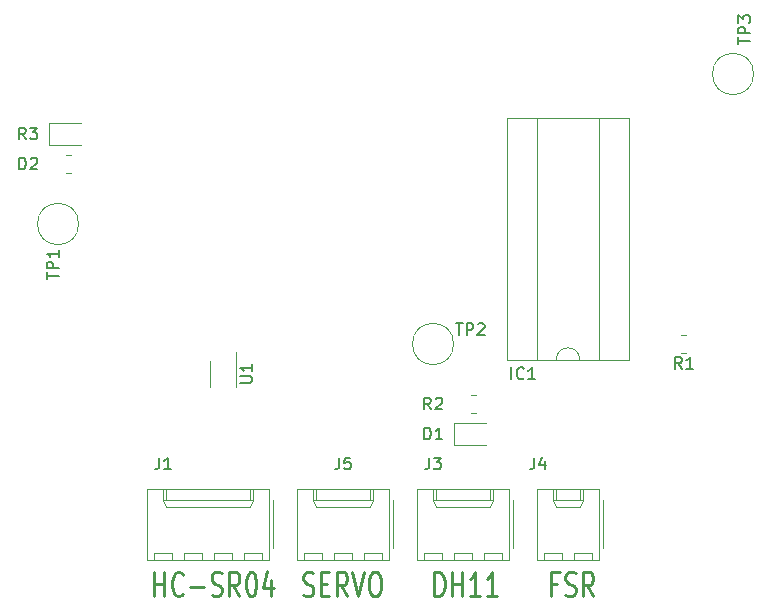
<source format=gbr>
%TF.GenerationSoftware,KiCad,Pcbnew,7.0.9*%
%TF.CreationDate,2025-02-27T14:06:20+00:00*%
%TF.ProjectId,Pi Hat,50692048-6174-42e6-9b69-6361645f7063,rev?*%
%TF.SameCoordinates,Original*%
%TF.FileFunction,Legend,Top*%
%TF.FilePolarity,Positive*%
%FSLAX46Y46*%
G04 Gerber Fmt 4.6, Leading zero omitted, Abs format (unit mm)*
G04 Created by KiCad (PCBNEW 7.0.9) date 2025-02-27 14:06:20*
%MOMM*%
%LPD*%
G01*
G04 APERTURE LIST*
%ADD10C,0.250000*%
%ADD11C,0.150000*%
%ADD12C,0.120000*%
G04 APERTURE END LIST*
D10*
X171900187Y-102517000D02*
X172114473Y-102612238D01*
X172114473Y-102612238D02*
X172471615Y-102612238D01*
X172471615Y-102612238D02*
X172614473Y-102517000D01*
X172614473Y-102517000D02*
X172685901Y-102421761D01*
X172685901Y-102421761D02*
X172757330Y-102231285D01*
X172757330Y-102231285D02*
X172757330Y-102040809D01*
X172757330Y-102040809D02*
X172685901Y-101850333D01*
X172685901Y-101850333D02*
X172614473Y-101755095D01*
X172614473Y-101755095D02*
X172471615Y-101659857D01*
X172471615Y-101659857D02*
X172185901Y-101564619D01*
X172185901Y-101564619D02*
X172043044Y-101469380D01*
X172043044Y-101469380D02*
X171971615Y-101374142D01*
X171971615Y-101374142D02*
X171900187Y-101183666D01*
X171900187Y-101183666D02*
X171900187Y-100993190D01*
X171900187Y-100993190D02*
X171971615Y-100802714D01*
X171971615Y-100802714D02*
X172043044Y-100707476D01*
X172043044Y-100707476D02*
X172185901Y-100612238D01*
X172185901Y-100612238D02*
X172543044Y-100612238D01*
X172543044Y-100612238D02*
X172757330Y-100707476D01*
X173400186Y-101564619D02*
X173900186Y-101564619D01*
X174114472Y-102612238D02*
X173400186Y-102612238D01*
X173400186Y-102612238D02*
X173400186Y-100612238D01*
X173400186Y-100612238D02*
X174114472Y-100612238D01*
X175614472Y-102612238D02*
X175114472Y-101659857D01*
X174757329Y-102612238D02*
X174757329Y-100612238D01*
X174757329Y-100612238D02*
X175328758Y-100612238D01*
X175328758Y-100612238D02*
X175471615Y-100707476D01*
X175471615Y-100707476D02*
X175543044Y-100802714D01*
X175543044Y-100802714D02*
X175614472Y-100993190D01*
X175614472Y-100993190D02*
X175614472Y-101278904D01*
X175614472Y-101278904D02*
X175543044Y-101469380D01*
X175543044Y-101469380D02*
X175471615Y-101564619D01*
X175471615Y-101564619D02*
X175328758Y-101659857D01*
X175328758Y-101659857D02*
X174757329Y-101659857D01*
X176043044Y-100612238D02*
X176543044Y-102612238D01*
X176543044Y-102612238D02*
X177043044Y-100612238D01*
X177828758Y-100612238D02*
X178114472Y-100612238D01*
X178114472Y-100612238D02*
X178257329Y-100707476D01*
X178257329Y-100707476D02*
X178400186Y-100897952D01*
X178400186Y-100897952D02*
X178471615Y-101278904D01*
X178471615Y-101278904D02*
X178471615Y-101945571D01*
X178471615Y-101945571D02*
X178400186Y-102326523D01*
X178400186Y-102326523D02*
X178257329Y-102517000D01*
X178257329Y-102517000D02*
X178114472Y-102612238D01*
X178114472Y-102612238D02*
X177828758Y-102612238D01*
X177828758Y-102612238D02*
X177685901Y-102517000D01*
X177685901Y-102517000D02*
X177543043Y-102326523D01*
X177543043Y-102326523D02*
X177471615Y-101945571D01*
X177471615Y-101945571D02*
X177471615Y-101278904D01*
X177471615Y-101278904D02*
X177543043Y-100897952D01*
X177543043Y-100897952D02*
X177685901Y-100707476D01*
X177685901Y-100707476D02*
X177828758Y-100612238D01*
X159271615Y-102612238D02*
X159271615Y-100612238D01*
X159271615Y-101564619D02*
X160128758Y-101564619D01*
X160128758Y-102612238D02*
X160128758Y-100612238D01*
X161700187Y-102421761D02*
X161628759Y-102517000D01*
X161628759Y-102517000D02*
X161414473Y-102612238D01*
X161414473Y-102612238D02*
X161271616Y-102612238D01*
X161271616Y-102612238D02*
X161057330Y-102517000D01*
X161057330Y-102517000D02*
X160914473Y-102326523D01*
X160914473Y-102326523D02*
X160843044Y-102136047D01*
X160843044Y-102136047D02*
X160771616Y-101755095D01*
X160771616Y-101755095D02*
X160771616Y-101469380D01*
X160771616Y-101469380D02*
X160843044Y-101088428D01*
X160843044Y-101088428D02*
X160914473Y-100897952D01*
X160914473Y-100897952D02*
X161057330Y-100707476D01*
X161057330Y-100707476D02*
X161271616Y-100612238D01*
X161271616Y-100612238D02*
X161414473Y-100612238D01*
X161414473Y-100612238D02*
X161628759Y-100707476D01*
X161628759Y-100707476D02*
X161700187Y-100802714D01*
X162343044Y-101850333D02*
X163485902Y-101850333D01*
X164128759Y-102517000D02*
X164343045Y-102612238D01*
X164343045Y-102612238D02*
X164700187Y-102612238D01*
X164700187Y-102612238D02*
X164843045Y-102517000D01*
X164843045Y-102517000D02*
X164914473Y-102421761D01*
X164914473Y-102421761D02*
X164985902Y-102231285D01*
X164985902Y-102231285D02*
X164985902Y-102040809D01*
X164985902Y-102040809D02*
X164914473Y-101850333D01*
X164914473Y-101850333D02*
X164843045Y-101755095D01*
X164843045Y-101755095D02*
X164700187Y-101659857D01*
X164700187Y-101659857D02*
X164414473Y-101564619D01*
X164414473Y-101564619D02*
X164271616Y-101469380D01*
X164271616Y-101469380D02*
X164200187Y-101374142D01*
X164200187Y-101374142D02*
X164128759Y-101183666D01*
X164128759Y-101183666D02*
X164128759Y-100993190D01*
X164128759Y-100993190D02*
X164200187Y-100802714D01*
X164200187Y-100802714D02*
X164271616Y-100707476D01*
X164271616Y-100707476D02*
X164414473Y-100612238D01*
X164414473Y-100612238D02*
X164771616Y-100612238D01*
X164771616Y-100612238D02*
X164985902Y-100707476D01*
X166485901Y-102612238D02*
X165985901Y-101659857D01*
X165628758Y-102612238D02*
X165628758Y-100612238D01*
X165628758Y-100612238D02*
X166200187Y-100612238D01*
X166200187Y-100612238D02*
X166343044Y-100707476D01*
X166343044Y-100707476D02*
X166414473Y-100802714D01*
X166414473Y-100802714D02*
X166485901Y-100993190D01*
X166485901Y-100993190D02*
X166485901Y-101278904D01*
X166485901Y-101278904D02*
X166414473Y-101469380D01*
X166414473Y-101469380D02*
X166343044Y-101564619D01*
X166343044Y-101564619D02*
X166200187Y-101659857D01*
X166200187Y-101659857D02*
X165628758Y-101659857D01*
X167414473Y-100612238D02*
X167557330Y-100612238D01*
X167557330Y-100612238D02*
X167700187Y-100707476D01*
X167700187Y-100707476D02*
X167771616Y-100802714D01*
X167771616Y-100802714D02*
X167843044Y-100993190D01*
X167843044Y-100993190D02*
X167914473Y-101374142D01*
X167914473Y-101374142D02*
X167914473Y-101850333D01*
X167914473Y-101850333D02*
X167843044Y-102231285D01*
X167843044Y-102231285D02*
X167771616Y-102421761D01*
X167771616Y-102421761D02*
X167700187Y-102517000D01*
X167700187Y-102517000D02*
X167557330Y-102612238D01*
X167557330Y-102612238D02*
X167414473Y-102612238D01*
X167414473Y-102612238D02*
X167271616Y-102517000D01*
X167271616Y-102517000D02*
X167200187Y-102421761D01*
X167200187Y-102421761D02*
X167128758Y-102231285D01*
X167128758Y-102231285D02*
X167057330Y-101850333D01*
X167057330Y-101850333D02*
X167057330Y-101374142D01*
X167057330Y-101374142D02*
X167128758Y-100993190D01*
X167128758Y-100993190D02*
X167200187Y-100802714D01*
X167200187Y-100802714D02*
X167271616Y-100707476D01*
X167271616Y-100707476D02*
X167414473Y-100612238D01*
X169200187Y-101278904D02*
X169200187Y-102612238D01*
X168843044Y-100517000D02*
X168485901Y-101945571D01*
X168485901Y-101945571D02*
X169414472Y-101945571D01*
X183001615Y-102612238D02*
X183001615Y-100612238D01*
X183001615Y-100612238D02*
X183358758Y-100612238D01*
X183358758Y-100612238D02*
X183573044Y-100707476D01*
X183573044Y-100707476D02*
X183715901Y-100897952D01*
X183715901Y-100897952D02*
X183787330Y-101088428D01*
X183787330Y-101088428D02*
X183858758Y-101469380D01*
X183858758Y-101469380D02*
X183858758Y-101755095D01*
X183858758Y-101755095D02*
X183787330Y-102136047D01*
X183787330Y-102136047D02*
X183715901Y-102326523D01*
X183715901Y-102326523D02*
X183573044Y-102517000D01*
X183573044Y-102517000D02*
X183358758Y-102612238D01*
X183358758Y-102612238D02*
X183001615Y-102612238D01*
X184501615Y-102612238D02*
X184501615Y-100612238D01*
X184501615Y-101564619D02*
X185358758Y-101564619D01*
X185358758Y-102612238D02*
X185358758Y-100612238D01*
X186858759Y-102612238D02*
X186001616Y-102612238D01*
X186430187Y-102612238D02*
X186430187Y-100612238D01*
X186430187Y-100612238D02*
X186287330Y-100897952D01*
X186287330Y-100897952D02*
X186144473Y-101088428D01*
X186144473Y-101088428D02*
X186001616Y-101183666D01*
X188287330Y-102612238D02*
X187430187Y-102612238D01*
X187858758Y-102612238D02*
X187858758Y-100612238D01*
X187858758Y-100612238D02*
X187715901Y-100897952D01*
X187715901Y-100897952D02*
X187573044Y-101088428D01*
X187573044Y-101088428D02*
X187430187Y-101183666D01*
X193381615Y-101564619D02*
X192881615Y-101564619D01*
X192881615Y-102612238D02*
X192881615Y-100612238D01*
X192881615Y-100612238D02*
X193595901Y-100612238D01*
X194095901Y-102517000D02*
X194310187Y-102612238D01*
X194310187Y-102612238D02*
X194667329Y-102612238D01*
X194667329Y-102612238D02*
X194810187Y-102517000D01*
X194810187Y-102517000D02*
X194881615Y-102421761D01*
X194881615Y-102421761D02*
X194953044Y-102231285D01*
X194953044Y-102231285D02*
X194953044Y-102040809D01*
X194953044Y-102040809D02*
X194881615Y-101850333D01*
X194881615Y-101850333D02*
X194810187Y-101755095D01*
X194810187Y-101755095D02*
X194667329Y-101659857D01*
X194667329Y-101659857D02*
X194381615Y-101564619D01*
X194381615Y-101564619D02*
X194238758Y-101469380D01*
X194238758Y-101469380D02*
X194167329Y-101374142D01*
X194167329Y-101374142D02*
X194095901Y-101183666D01*
X194095901Y-101183666D02*
X194095901Y-100993190D01*
X194095901Y-100993190D02*
X194167329Y-100802714D01*
X194167329Y-100802714D02*
X194238758Y-100707476D01*
X194238758Y-100707476D02*
X194381615Y-100612238D01*
X194381615Y-100612238D02*
X194738758Y-100612238D01*
X194738758Y-100612238D02*
X194953044Y-100707476D01*
X196453043Y-102612238D02*
X195953043Y-101659857D01*
X195595900Y-102612238D02*
X195595900Y-100612238D01*
X195595900Y-100612238D02*
X196167329Y-100612238D01*
X196167329Y-100612238D02*
X196310186Y-100707476D01*
X196310186Y-100707476D02*
X196381615Y-100802714D01*
X196381615Y-100802714D02*
X196453043Y-100993190D01*
X196453043Y-100993190D02*
X196453043Y-101278904D01*
X196453043Y-101278904D02*
X196381615Y-101469380D01*
X196381615Y-101469380D02*
X196310186Y-101564619D01*
X196310186Y-101564619D02*
X196167329Y-101659857D01*
X196167329Y-101659857D02*
X195595900Y-101659857D01*
D11*
X148423333Y-63954819D02*
X148090000Y-63478628D01*
X147851905Y-63954819D02*
X147851905Y-62954819D01*
X147851905Y-62954819D02*
X148232857Y-62954819D01*
X148232857Y-62954819D02*
X148328095Y-63002438D01*
X148328095Y-63002438D02*
X148375714Y-63050057D01*
X148375714Y-63050057D02*
X148423333Y-63145295D01*
X148423333Y-63145295D02*
X148423333Y-63288152D01*
X148423333Y-63288152D02*
X148375714Y-63383390D01*
X148375714Y-63383390D02*
X148328095Y-63431009D01*
X148328095Y-63431009D02*
X148232857Y-63478628D01*
X148232857Y-63478628D02*
X147851905Y-63478628D01*
X148756667Y-62954819D02*
X149375714Y-62954819D01*
X149375714Y-62954819D02*
X149042381Y-63335771D01*
X149042381Y-63335771D02*
X149185238Y-63335771D01*
X149185238Y-63335771D02*
X149280476Y-63383390D01*
X149280476Y-63383390D02*
X149328095Y-63431009D01*
X149328095Y-63431009D02*
X149375714Y-63526247D01*
X149375714Y-63526247D02*
X149375714Y-63764342D01*
X149375714Y-63764342D02*
X149328095Y-63859580D01*
X149328095Y-63859580D02*
X149280476Y-63907200D01*
X149280476Y-63907200D02*
X149185238Y-63954819D01*
X149185238Y-63954819D02*
X148899524Y-63954819D01*
X148899524Y-63954819D02*
X148804286Y-63907200D01*
X148804286Y-63907200D02*
X148756667Y-63859580D01*
X174926666Y-90894819D02*
X174926666Y-91609104D01*
X174926666Y-91609104D02*
X174879047Y-91751961D01*
X174879047Y-91751961D02*
X174783809Y-91847200D01*
X174783809Y-91847200D02*
X174640952Y-91894819D01*
X174640952Y-91894819D02*
X174545714Y-91894819D01*
X175879047Y-90894819D02*
X175402857Y-90894819D01*
X175402857Y-90894819D02*
X175355238Y-91371009D01*
X175355238Y-91371009D02*
X175402857Y-91323390D01*
X175402857Y-91323390D02*
X175498095Y-91275771D01*
X175498095Y-91275771D02*
X175736190Y-91275771D01*
X175736190Y-91275771D02*
X175831428Y-91323390D01*
X175831428Y-91323390D02*
X175879047Y-91371009D01*
X175879047Y-91371009D02*
X175926666Y-91466247D01*
X175926666Y-91466247D02*
X175926666Y-91704342D01*
X175926666Y-91704342D02*
X175879047Y-91799580D01*
X175879047Y-91799580D02*
X175831428Y-91847200D01*
X175831428Y-91847200D02*
X175736190Y-91894819D01*
X175736190Y-91894819D02*
X175498095Y-91894819D01*
X175498095Y-91894819D02*
X175402857Y-91847200D01*
X175402857Y-91847200D02*
X175355238Y-91799580D01*
X150184819Y-75781904D02*
X150184819Y-75210476D01*
X151184819Y-75496190D02*
X150184819Y-75496190D01*
X151184819Y-74877142D02*
X150184819Y-74877142D01*
X150184819Y-74877142D02*
X150184819Y-74496190D01*
X150184819Y-74496190D02*
X150232438Y-74400952D01*
X150232438Y-74400952D02*
X150280057Y-74353333D01*
X150280057Y-74353333D02*
X150375295Y-74305714D01*
X150375295Y-74305714D02*
X150518152Y-74305714D01*
X150518152Y-74305714D02*
X150613390Y-74353333D01*
X150613390Y-74353333D02*
X150661009Y-74400952D01*
X150661009Y-74400952D02*
X150708628Y-74496190D01*
X150708628Y-74496190D02*
X150708628Y-74877142D01*
X151184819Y-73353333D02*
X151184819Y-73924761D01*
X151184819Y-73639047D02*
X150184819Y-73639047D01*
X150184819Y-73639047D02*
X150327676Y-73734285D01*
X150327676Y-73734285D02*
X150422914Y-73829523D01*
X150422914Y-73829523D02*
X150470533Y-73924761D01*
X203945833Y-83384819D02*
X203612500Y-82908628D01*
X203374405Y-83384819D02*
X203374405Y-82384819D01*
X203374405Y-82384819D02*
X203755357Y-82384819D01*
X203755357Y-82384819D02*
X203850595Y-82432438D01*
X203850595Y-82432438D02*
X203898214Y-82480057D01*
X203898214Y-82480057D02*
X203945833Y-82575295D01*
X203945833Y-82575295D02*
X203945833Y-82718152D01*
X203945833Y-82718152D02*
X203898214Y-82813390D01*
X203898214Y-82813390D02*
X203850595Y-82861009D01*
X203850595Y-82861009D02*
X203755357Y-82908628D01*
X203755357Y-82908628D02*
X203374405Y-82908628D01*
X204898214Y-83384819D02*
X204326786Y-83384819D01*
X204612500Y-83384819D02*
X204612500Y-82384819D01*
X204612500Y-82384819D02*
X204517262Y-82527676D01*
X204517262Y-82527676D02*
X204422024Y-82622914D01*
X204422024Y-82622914D02*
X204326786Y-82670533D01*
X166554819Y-84581904D02*
X167364342Y-84581904D01*
X167364342Y-84581904D02*
X167459580Y-84534285D01*
X167459580Y-84534285D02*
X167507200Y-84486666D01*
X167507200Y-84486666D02*
X167554819Y-84391428D01*
X167554819Y-84391428D02*
X167554819Y-84200952D01*
X167554819Y-84200952D02*
X167507200Y-84105714D01*
X167507200Y-84105714D02*
X167459580Y-84058095D01*
X167459580Y-84058095D02*
X167364342Y-84010476D01*
X167364342Y-84010476D02*
X166554819Y-84010476D01*
X167554819Y-83010476D02*
X167554819Y-83581904D01*
X167554819Y-83296190D02*
X166554819Y-83296190D01*
X166554819Y-83296190D02*
X166697676Y-83391428D01*
X166697676Y-83391428D02*
X166792914Y-83486666D01*
X166792914Y-83486666D02*
X166840533Y-83581904D01*
X182713333Y-86814819D02*
X182380000Y-86338628D01*
X182141905Y-86814819D02*
X182141905Y-85814819D01*
X182141905Y-85814819D02*
X182522857Y-85814819D01*
X182522857Y-85814819D02*
X182618095Y-85862438D01*
X182618095Y-85862438D02*
X182665714Y-85910057D01*
X182665714Y-85910057D02*
X182713333Y-86005295D01*
X182713333Y-86005295D02*
X182713333Y-86148152D01*
X182713333Y-86148152D02*
X182665714Y-86243390D01*
X182665714Y-86243390D02*
X182618095Y-86291009D01*
X182618095Y-86291009D02*
X182522857Y-86338628D01*
X182522857Y-86338628D02*
X182141905Y-86338628D01*
X183094286Y-85910057D02*
X183141905Y-85862438D01*
X183141905Y-85862438D02*
X183237143Y-85814819D01*
X183237143Y-85814819D02*
X183475238Y-85814819D01*
X183475238Y-85814819D02*
X183570476Y-85862438D01*
X183570476Y-85862438D02*
X183618095Y-85910057D01*
X183618095Y-85910057D02*
X183665714Y-86005295D01*
X183665714Y-86005295D02*
X183665714Y-86100533D01*
X183665714Y-86100533D02*
X183618095Y-86243390D01*
X183618095Y-86243390D02*
X183046667Y-86814819D01*
X183046667Y-86814819D02*
X183665714Y-86814819D01*
X189523810Y-84264819D02*
X189523810Y-83264819D01*
X190571428Y-84169580D02*
X190523809Y-84217200D01*
X190523809Y-84217200D02*
X190380952Y-84264819D01*
X190380952Y-84264819D02*
X190285714Y-84264819D01*
X190285714Y-84264819D02*
X190142857Y-84217200D01*
X190142857Y-84217200D02*
X190047619Y-84121961D01*
X190047619Y-84121961D02*
X190000000Y-84026723D01*
X190000000Y-84026723D02*
X189952381Y-83836247D01*
X189952381Y-83836247D02*
X189952381Y-83693390D01*
X189952381Y-83693390D02*
X190000000Y-83502914D01*
X190000000Y-83502914D02*
X190047619Y-83407676D01*
X190047619Y-83407676D02*
X190142857Y-83312438D01*
X190142857Y-83312438D02*
X190285714Y-83264819D01*
X190285714Y-83264819D02*
X190380952Y-83264819D01*
X190380952Y-83264819D02*
X190523809Y-83312438D01*
X190523809Y-83312438D02*
X190571428Y-83360057D01*
X191523809Y-84264819D02*
X190952381Y-84264819D01*
X191238095Y-84264819D02*
X191238095Y-83264819D01*
X191238095Y-83264819D02*
X191142857Y-83407676D01*
X191142857Y-83407676D02*
X191047619Y-83502914D01*
X191047619Y-83502914D02*
X190952381Y-83550533D01*
X182141905Y-89354819D02*
X182141905Y-88354819D01*
X182141905Y-88354819D02*
X182380000Y-88354819D01*
X182380000Y-88354819D02*
X182522857Y-88402438D01*
X182522857Y-88402438D02*
X182618095Y-88497676D01*
X182618095Y-88497676D02*
X182665714Y-88592914D01*
X182665714Y-88592914D02*
X182713333Y-88783390D01*
X182713333Y-88783390D02*
X182713333Y-88926247D01*
X182713333Y-88926247D02*
X182665714Y-89116723D01*
X182665714Y-89116723D02*
X182618095Y-89211961D01*
X182618095Y-89211961D02*
X182522857Y-89307200D01*
X182522857Y-89307200D02*
X182380000Y-89354819D01*
X182380000Y-89354819D02*
X182141905Y-89354819D01*
X183665714Y-89354819D02*
X183094286Y-89354819D01*
X183380000Y-89354819D02*
X183380000Y-88354819D01*
X183380000Y-88354819D02*
X183284762Y-88497676D01*
X183284762Y-88497676D02*
X183189524Y-88592914D01*
X183189524Y-88592914D02*
X183094286Y-88640533D01*
X147851905Y-66494819D02*
X147851905Y-65494819D01*
X147851905Y-65494819D02*
X148090000Y-65494819D01*
X148090000Y-65494819D02*
X148232857Y-65542438D01*
X148232857Y-65542438D02*
X148328095Y-65637676D01*
X148328095Y-65637676D02*
X148375714Y-65732914D01*
X148375714Y-65732914D02*
X148423333Y-65923390D01*
X148423333Y-65923390D02*
X148423333Y-66066247D01*
X148423333Y-66066247D02*
X148375714Y-66256723D01*
X148375714Y-66256723D02*
X148328095Y-66351961D01*
X148328095Y-66351961D02*
X148232857Y-66447200D01*
X148232857Y-66447200D02*
X148090000Y-66494819D01*
X148090000Y-66494819D02*
X147851905Y-66494819D01*
X148804286Y-65590057D02*
X148851905Y-65542438D01*
X148851905Y-65542438D02*
X148947143Y-65494819D01*
X148947143Y-65494819D02*
X149185238Y-65494819D01*
X149185238Y-65494819D02*
X149280476Y-65542438D01*
X149280476Y-65542438D02*
X149328095Y-65590057D01*
X149328095Y-65590057D02*
X149375714Y-65685295D01*
X149375714Y-65685295D02*
X149375714Y-65780533D01*
X149375714Y-65780533D02*
X149328095Y-65923390D01*
X149328095Y-65923390D02*
X148756667Y-66494819D01*
X148756667Y-66494819D02*
X149375714Y-66494819D01*
X159686666Y-90894819D02*
X159686666Y-91609104D01*
X159686666Y-91609104D02*
X159639047Y-91751961D01*
X159639047Y-91751961D02*
X159543809Y-91847200D01*
X159543809Y-91847200D02*
X159400952Y-91894819D01*
X159400952Y-91894819D02*
X159305714Y-91894819D01*
X160686666Y-91894819D02*
X160115238Y-91894819D01*
X160400952Y-91894819D02*
X160400952Y-90894819D01*
X160400952Y-90894819D02*
X160305714Y-91037676D01*
X160305714Y-91037676D02*
X160210476Y-91132914D01*
X160210476Y-91132914D02*
X160115238Y-91180533D01*
X182546666Y-90894819D02*
X182546666Y-91609104D01*
X182546666Y-91609104D02*
X182499047Y-91751961D01*
X182499047Y-91751961D02*
X182403809Y-91847200D01*
X182403809Y-91847200D02*
X182260952Y-91894819D01*
X182260952Y-91894819D02*
X182165714Y-91894819D01*
X182927619Y-90894819D02*
X183546666Y-90894819D01*
X183546666Y-90894819D02*
X183213333Y-91275771D01*
X183213333Y-91275771D02*
X183356190Y-91275771D01*
X183356190Y-91275771D02*
X183451428Y-91323390D01*
X183451428Y-91323390D02*
X183499047Y-91371009D01*
X183499047Y-91371009D02*
X183546666Y-91466247D01*
X183546666Y-91466247D02*
X183546666Y-91704342D01*
X183546666Y-91704342D02*
X183499047Y-91799580D01*
X183499047Y-91799580D02*
X183451428Y-91847200D01*
X183451428Y-91847200D02*
X183356190Y-91894819D01*
X183356190Y-91894819D02*
X183070476Y-91894819D01*
X183070476Y-91894819D02*
X182975238Y-91847200D01*
X182975238Y-91847200D02*
X182927619Y-91799580D01*
X208734819Y-55881904D02*
X208734819Y-55310476D01*
X209734819Y-55596190D02*
X208734819Y-55596190D01*
X209734819Y-54977142D02*
X208734819Y-54977142D01*
X208734819Y-54977142D02*
X208734819Y-54596190D01*
X208734819Y-54596190D02*
X208782438Y-54500952D01*
X208782438Y-54500952D02*
X208830057Y-54453333D01*
X208830057Y-54453333D02*
X208925295Y-54405714D01*
X208925295Y-54405714D02*
X209068152Y-54405714D01*
X209068152Y-54405714D02*
X209163390Y-54453333D01*
X209163390Y-54453333D02*
X209211009Y-54500952D01*
X209211009Y-54500952D02*
X209258628Y-54596190D01*
X209258628Y-54596190D02*
X209258628Y-54977142D01*
X208734819Y-54072380D02*
X208734819Y-53453333D01*
X208734819Y-53453333D02*
X209115771Y-53786666D01*
X209115771Y-53786666D02*
X209115771Y-53643809D01*
X209115771Y-53643809D02*
X209163390Y-53548571D01*
X209163390Y-53548571D02*
X209211009Y-53500952D01*
X209211009Y-53500952D02*
X209306247Y-53453333D01*
X209306247Y-53453333D02*
X209544342Y-53453333D01*
X209544342Y-53453333D02*
X209639580Y-53500952D01*
X209639580Y-53500952D02*
X209687200Y-53548571D01*
X209687200Y-53548571D02*
X209734819Y-53643809D01*
X209734819Y-53643809D02*
X209734819Y-53929523D01*
X209734819Y-53929523D02*
X209687200Y-54024761D01*
X209687200Y-54024761D02*
X209639580Y-54072380D01*
X184818095Y-79534819D02*
X185389523Y-79534819D01*
X185103809Y-80534819D02*
X185103809Y-79534819D01*
X185722857Y-80534819D02*
X185722857Y-79534819D01*
X185722857Y-79534819D02*
X186103809Y-79534819D01*
X186103809Y-79534819D02*
X186199047Y-79582438D01*
X186199047Y-79582438D02*
X186246666Y-79630057D01*
X186246666Y-79630057D02*
X186294285Y-79725295D01*
X186294285Y-79725295D02*
X186294285Y-79868152D01*
X186294285Y-79868152D02*
X186246666Y-79963390D01*
X186246666Y-79963390D02*
X186199047Y-80011009D01*
X186199047Y-80011009D02*
X186103809Y-80058628D01*
X186103809Y-80058628D02*
X185722857Y-80058628D01*
X186675238Y-79630057D02*
X186722857Y-79582438D01*
X186722857Y-79582438D02*
X186818095Y-79534819D01*
X186818095Y-79534819D02*
X187056190Y-79534819D01*
X187056190Y-79534819D02*
X187151428Y-79582438D01*
X187151428Y-79582438D02*
X187199047Y-79630057D01*
X187199047Y-79630057D02*
X187246666Y-79725295D01*
X187246666Y-79725295D02*
X187246666Y-79820533D01*
X187246666Y-79820533D02*
X187199047Y-79963390D01*
X187199047Y-79963390D02*
X186627619Y-80534819D01*
X186627619Y-80534819D02*
X187246666Y-80534819D01*
X191436666Y-90894819D02*
X191436666Y-91609104D01*
X191436666Y-91609104D02*
X191389047Y-91751961D01*
X191389047Y-91751961D02*
X191293809Y-91847200D01*
X191293809Y-91847200D02*
X191150952Y-91894819D01*
X191150952Y-91894819D02*
X191055714Y-91894819D01*
X192341428Y-91228152D02*
X192341428Y-91894819D01*
X192103333Y-90847200D02*
X191865238Y-91561485D01*
X191865238Y-91561485D02*
X192484285Y-91561485D01*
D12*
%TO.C,R3*%
X151815436Y-65305000D02*
X152269564Y-65305000D01*
X151815436Y-66775000D02*
X152269564Y-66775000D01*
%TO.C,J5*%
X179470000Y-98520000D02*
X179470000Y-94520000D01*
X179180000Y-99550000D02*
X179180000Y-93530000D01*
X179180000Y-93530000D02*
X171340000Y-93530000D01*
X178600000Y-99550000D02*
X178600000Y-98950000D01*
X178600000Y-98950000D02*
X177000000Y-98950000D01*
X177800000Y-94530000D02*
X177550000Y-95060000D01*
X177800000Y-94530000D02*
X172720000Y-94530000D01*
X177800000Y-93530000D02*
X177800000Y-94530000D01*
X177550000Y-95060000D02*
X172970000Y-95060000D01*
X177550000Y-93530000D02*
X177550000Y-94530000D01*
X177000000Y-98950000D02*
X177000000Y-99550000D01*
X176060000Y-99550000D02*
X176060000Y-98950000D01*
X176060000Y-98950000D02*
X174460000Y-98950000D01*
X174460000Y-98950000D02*
X174460000Y-99550000D01*
X173520000Y-99550000D02*
X173520000Y-98950000D01*
X173520000Y-98950000D02*
X171920000Y-98950000D01*
X172970000Y-95060000D02*
X172720000Y-94530000D01*
X172970000Y-93530000D02*
X172970000Y-94530000D01*
X172720000Y-94530000D02*
X172720000Y-93530000D01*
X171920000Y-98950000D02*
X171920000Y-99550000D01*
X171340000Y-99550000D02*
X179180000Y-99550000D01*
X171340000Y-93530000D02*
X171340000Y-99550000D01*
%TO.C,TP1*%
X152880000Y-71120000D02*
G75*
G03*
X152880000Y-71120000I-1750000J0D01*
G01*
%TO.C,R1*%
X204339564Y-82015000D02*
X203885436Y-82015000D01*
X204339564Y-80545000D02*
X203885436Y-80545000D01*
%TO.C,U1*%
X166200000Y-84920000D02*
X166200000Y-81920000D01*
X164000000Y-84920000D02*
X164000000Y-82720000D01*
%TO.C,R2*%
X186105436Y-85625000D02*
X186559564Y-85625000D01*
X186105436Y-87095000D02*
X186559564Y-87095000D01*
%TO.C,IC1*%
X199450000Y-82670000D02*
X199450000Y-62110000D01*
X199450000Y-62110000D02*
X189170000Y-62110000D01*
X196960000Y-82610000D02*
X196960000Y-62170000D01*
X196960000Y-62170000D02*
X191660000Y-62170000D01*
X195310000Y-82610000D02*
X196960000Y-82610000D01*
X191660000Y-82610000D02*
X193310000Y-82610000D01*
X191660000Y-62170000D02*
X191660000Y-82610000D01*
X189170000Y-82670000D02*
X199450000Y-82670000D01*
X189170000Y-62110000D02*
X189170000Y-82670000D01*
X195310000Y-82610000D02*
G75*
G03*
X193310000Y-82610000I-1000000J0D01*
G01*
%TO.C,D1*%
X184672500Y-87940000D02*
X184672500Y-89860000D01*
X184672500Y-89860000D02*
X187357500Y-89860000D01*
X187357500Y-87940000D02*
X184672500Y-87940000D01*
%TO.C,D2*%
X150382500Y-62540000D02*
X150382500Y-64460000D01*
X150382500Y-64460000D02*
X153067500Y-64460000D01*
X153067500Y-62540000D02*
X150382500Y-62540000D01*
%TO.C,J1*%
X169310000Y-98520000D02*
X169310000Y-94520000D01*
X169020000Y-99550000D02*
X169020000Y-93530000D01*
X169020000Y-93530000D02*
X158640000Y-93530000D01*
X168440000Y-99550000D02*
X168440000Y-98950000D01*
X168440000Y-98950000D02*
X166840000Y-98950000D01*
X167640000Y-94530000D02*
X167390000Y-95060000D01*
X167640000Y-94530000D02*
X160020000Y-94530000D01*
X167640000Y-93530000D02*
X167640000Y-94530000D01*
X167390000Y-95060000D02*
X160270000Y-95060000D01*
X167390000Y-93530000D02*
X167390000Y-94530000D01*
X166840000Y-98950000D02*
X166840000Y-99550000D01*
X165900000Y-99550000D02*
X165900000Y-98950000D01*
X165900000Y-98950000D02*
X164300000Y-98950000D01*
X164300000Y-98950000D02*
X164300000Y-99550000D01*
X163360000Y-99550000D02*
X163360000Y-98950000D01*
X163360000Y-98950000D02*
X161760000Y-98950000D01*
X161760000Y-98950000D02*
X161760000Y-99550000D01*
X160820000Y-99550000D02*
X160820000Y-98950000D01*
X160820000Y-98950000D02*
X159220000Y-98950000D01*
X160270000Y-95060000D02*
X160020000Y-94530000D01*
X160270000Y-93530000D02*
X160270000Y-94530000D01*
X160020000Y-94530000D02*
X160020000Y-93530000D01*
X159220000Y-98950000D02*
X159220000Y-99550000D01*
X158640000Y-99550000D02*
X169020000Y-99550000D01*
X158640000Y-93530000D02*
X158640000Y-99550000D01*
%TO.C,J3*%
X189630000Y-98520000D02*
X189630000Y-94520000D01*
X189340000Y-99550000D02*
X189340000Y-93530000D01*
X189340000Y-93530000D02*
X181500000Y-93530000D01*
X188760000Y-99550000D02*
X188760000Y-98950000D01*
X188760000Y-98950000D02*
X187160000Y-98950000D01*
X187960000Y-94530000D02*
X187710000Y-95060000D01*
X187960000Y-94530000D02*
X182880000Y-94530000D01*
X187960000Y-93530000D02*
X187960000Y-94530000D01*
X187710000Y-95060000D02*
X183130000Y-95060000D01*
X187710000Y-93530000D02*
X187710000Y-94530000D01*
X187160000Y-98950000D02*
X187160000Y-99550000D01*
X186220000Y-99550000D02*
X186220000Y-98950000D01*
X186220000Y-98950000D02*
X184620000Y-98950000D01*
X184620000Y-98950000D02*
X184620000Y-99550000D01*
X183680000Y-99550000D02*
X183680000Y-98950000D01*
X183680000Y-98950000D02*
X182080000Y-98950000D01*
X183130000Y-95060000D02*
X182880000Y-94530000D01*
X183130000Y-93530000D02*
X183130000Y-94530000D01*
X182880000Y-94530000D02*
X182880000Y-93530000D01*
X182080000Y-98950000D02*
X182080000Y-99550000D01*
X181500000Y-99550000D02*
X189340000Y-99550000D01*
X181500000Y-93530000D02*
X181500000Y-99550000D01*
%TO.C,TP3*%
X210030000Y-58420000D02*
G75*
G03*
X210030000Y-58420000I-1750000J0D01*
G01*
%TO.C,TP2*%
X184630000Y-81280000D02*
G75*
G03*
X184630000Y-81280000I-1750000J0D01*
G01*
%TO.C,J4*%
X197250000Y-98520000D02*
X197250000Y-94520000D01*
X196960000Y-99550000D02*
X196960000Y-93530000D01*
X196960000Y-93530000D02*
X191660000Y-93530000D01*
X196380000Y-99550000D02*
X196380000Y-98950000D01*
X196380000Y-98950000D02*
X194780000Y-98950000D01*
X195580000Y-94530000D02*
X195330000Y-95060000D01*
X195580000Y-94530000D02*
X193040000Y-94530000D01*
X195580000Y-93530000D02*
X195580000Y-94530000D01*
X195330000Y-95060000D02*
X193290000Y-95060000D01*
X195330000Y-93530000D02*
X195330000Y-94530000D01*
X194780000Y-98950000D02*
X194780000Y-99550000D01*
X193840000Y-99550000D02*
X193840000Y-98950000D01*
X193840000Y-98950000D02*
X192240000Y-98950000D01*
X193290000Y-95060000D02*
X193040000Y-94530000D01*
X193290000Y-93530000D02*
X193290000Y-94530000D01*
X193040000Y-94530000D02*
X193040000Y-93530000D01*
X192240000Y-98950000D02*
X192240000Y-99550000D01*
X191660000Y-99550000D02*
X196960000Y-99550000D01*
X191660000Y-93530000D02*
X191660000Y-99550000D01*
%TD*%
M02*

</source>
